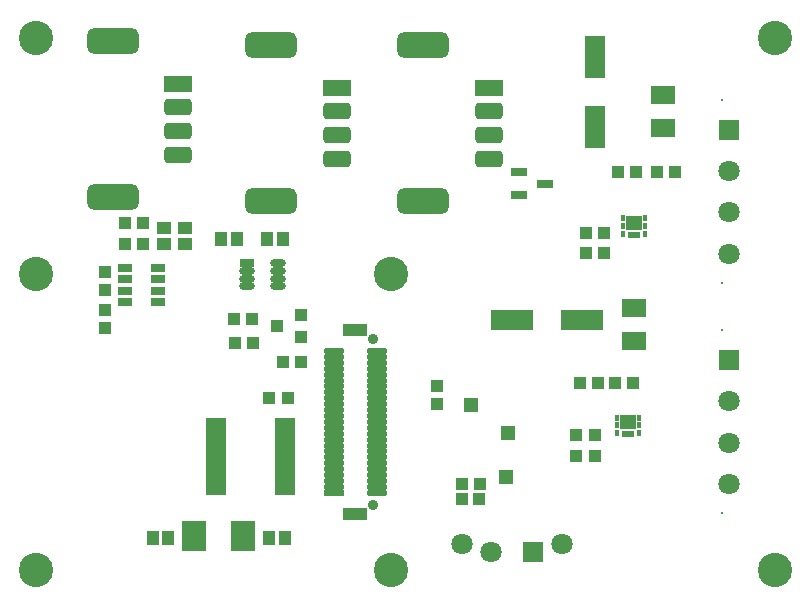
<source format=gts>
G04*
G04 #@! TF.GenerationSoftware,Altium Limited,Altium Designer,18.1.6 (161)*
G04*
G04 Layer_Color=8388736*
%FSLAX25Y25*%
%MOIN*%
G70*
G01*
G75*
%ADD42R,0.04147X0.04147*%
%ADD43R,0.03950X0.03950*%
%ADD44R,0.04147X0.04147*%
%ADD45R,0.04537X0.04143*%
%ADD46R,0.04540X0.03162*%
%ADD47R,0.07887X0.06312*%
%ADD48R,0.03910X0.01981*%
%ADD49R,0.01784X0.02375*%
%ADD50R,0.05524X0.04737*%
%ADD51R,0.06902X0.14383*%
G04:AMPARAMS|DCode=52|XSize=86.74mil|YSize=173.35mil|CornerRadius=23.68mil|HoleSize=0mil|Usage=FLASHONLY|Rotation=270.000|XOffset=0mil|YOffset=0mil|HoleType=Round|Shape=RoundedRectangle|*
%AMROUNDEDRECTD52*
21,1,0.08674,0.12598,0,0,270.0*
21,1,0.03937,0.17335,0,0,270.0*
1,1,0.04737,-0.06299,-0.01968*
1,1,0.04737,-0.06299,0.01968*
1,1,0.04737,0.06299,0.01968*
1,1,0.04737,0.06299,-0.01968*
%
%ADD52ROUNDEDRECTD52*%
G04:AMPARAMS|DCode=53|XSize=55.24mil|YSize=94.61mil|CornerRadius=15.81mil|HoleSize=0mil|Usage=FLASHONLY|Rotation=270.000|XOffset=0mil|YOffset=0mil|HoleType=Round|Shape=RoundedRectangle|*
%AMROUNDEDRECTD53*
21,1,0.05524,0.06299,0,0,270.0*
21,1,0.02362,0.09461,0,0,270.0*
1,1,0.03162,-0.03150,-0.01181*
1,1,0.03162,-0.03150,0.01181*
1,1,0.03162,0.03150,0.01181*
1,1,0.03162,0.03150,-0.01181*
%
%ADD53ROUNDEDRECTD53*%
%ADD54R,0.09461X0.05524*%
%ADD55R,0.04343X0.03950*%
%ADD56R,0.06509X0.02572*%
%ADD57R,0.04143X0.04537*%
%ADD58O,0.05131X0.02572*%
%ADD59R,0.05131X0.02572*%
%ADD60R,0.05328X0.03162*%
%ADD61R,0.07887X0.03950*%
%ADD62R,0.07099X0.01981*%
%ADD63O,0.07099X0.01981*%
%ADD64R,0.08280X0.10249*%
%ADD65R,0.14383X0.06902*%
%ADD66R,0.04737X0.04737*%
%ADD67C,0.11430*%
%ADD68C,0.00800*%
%ADD69C,0.07099*%
%ADD70R,0.07099X0.07099*%
%ADD71R,0.07099X0.07099*%
%ADD72C,0.03556*%
D42*
X151575Y38329D02*
D03*
X157677D02*
D03*
X45492Y118521D02*
D03*
X39390D02*
D03*
X82185Y85433D02*
D03*
X76083D02*
D03*
X81791Y93307D02*
D03*
X75689D02*
D03*
X195951Y47700D02*
D03*
X189849D02*
D03*
X195951Y54800D02*
D03*
X189849D02*
D03*
X199115Y122000D02*
D03*
X193013D02*
D03*
X199000Y115290D02*
D03*
X192898D02*
D03*
X216543Y142491D02*
D03*
X222646D02*
D03*
X91949Y78877D02*
D03*
X98051D02*
D03*
X39390Y125230D02*
D03*
X45492D02*
D03*
X87500Y67044D02*
D03*
X93602D02*
D03*
X202637Y72117D02*
D03*
X208740D02*
D03*
D43*
X157480Y33312D02*
D03*
X151575D02*
D03*
X191000Y72000D02*
D03*
X196906D02*
D03*
X203791Y142452D02*
D03*
X209697D02*
D03*
D44*
X143500Y71051D02*
D03*
Y64949D02*
D03*
X32660Y102863D02*
D03*
Y108966D02*
D03*
X32574Y90248D02*
D03*
Y96350D02*
D03*
D45*
X59404Y118500D02*
D03*
Y123815D02*
D03*
X52300Y118422D02*
D03*
Y123737D02*
D03*
D46*
X50295Y99114D02*
D03*
Y102854D02*
D03*
Y106595D02*
D03*
Y110335D02*
D03*
X39469Y99114D02*
D03*
Y102854D02*
D03*
Y106595D02*
D03*
Y110335D02*
D03*
D47*
X209000Y96913D02*
D03*
Y86087D02*
D03*
X218654Y157173D02*
D03*
Y168000D02*
D03*
D48*
X207000Y55000D02*
D03*
X209000Y121405D02*
D03*
D49*
X203358Y60472D02*
D03*
Y57913D02*
D03*
Y55354D02*
D03*
X210642D02*
D03*
Y57913D02*
D03*
Y60472D02*
D03*
X205358Y126878D02*
D03*
Y124319D02*
D03*
Y121760D02*
D03*
X212642D02*
D03*
Y124319D02*
D03*
Y126878D02*
D03*
D50*
X207000Y59095D02*
D03*
X209000Y125500D02*
D03*
D51*
X196000Y180741D02*
D03*
Y157513D02*
D03*
D52*
X35200Y134000D02*
D03*
Y185968D02*
D03*
X88071Y184646D02*
D03*
Y132677D02*
D03*
X138583Y184646D02*
D03*
Y132677D02*
D03*
D53*
X57169Y148173D02*
D03*
Y156047D02*
D03*
Y163921D02*
D03*
X110039Y146850D02*
D03*
Y154724D02*
D03*
Y162598D02*
D03*
X160551D02*
D03*
Y154724D02*
D03*
Y146850D02*
D03*
D54*
X57169Y171795D02*
D03*
X110039Y170473D02*
D03*
X160551D02*
D03*
D55*
X90063Y91000D02*
D03*
X97937Y94543D02*
D03*
Y87457D02*
D03*
D56*
X92798Y36122D02*
D03*
Y38681D02*
D03*
Y41240D02*
D03*
Y43799D02*
D03*
Y46358D02*
D03*
Y48917D02*
D03*
Y51476D02*
D03*
Y54035D02*
D03*
Y56595D02*
D03*
Y59153D02*
D03*
X69570Y36122D02*
D03*
Y38681D02*
D03*
Y41240D02*
D03*
Y43799D02*
D03*
Y46358D02*
D03*
Y48917D02*
D03*
Y51476D02*
D03*
Y54035D02*
D03*
Y56595D02*
D03*
Y59153D02*
D03*
D57*
X92158Y120026D02*
D03*
X86843D02*
D03*
X71358Y120026D02*
D03*
X76673D02*
D03*
X92815Y20472D02*
D03*
X87500D02*
D03*
X48524Y20472D02*
D03*
X53839D02*
D03*
D58*
X90517Y104261D02*
D03*
Y106820D02*
D03*
Y109379D02*
D03*
Y111939D02*
D03*
X80084Y104261D02*
D03*
Y106820D02*
D03*
Y109379D02*
D03*
D59*
Y111939D02*
D03*
D60*
X170571Y142240D02*
D03*
Y134760D02*
D03*
X179429Y138500D02*
D03*
D61*
X116142Y89764D02*
D03*
Y28346D02*
D03*
D62*
X109055Y35433D02*
D03*
D63*
Y37402D02*
D03*
Y39370D02*
D03*
Y41339D02*
D03*
Y43307D02*
D03*
Y45276D02*
D03*
Y47244D02*
D03*
Y49213D02*
D03*
Y51181D02*
D03*
Y53150D02*
D03*
Y55118D02*
D03*
Y57087D02*
D03*
Y59055D02*
D03*
Y61024D02*
D03*
Y62992D02*
D03*
Y64961D02*
D03*
Y66929D02*
D03*
Y68898D02*
D03*
Y70866D02*
D03*
Y72835D02*
D03*
Y74803D02*
D03*
Y76772D02*
D03*
Y78740D02*
D03*
Y80709D02*
D03*
Y82677D02*
D03*
X123228D02*
D03*
Y80709D02*
D03*
Y78740D02*
D03*
Y76772D02*
D03*
Y74803D02*
D03*
Y72835D02*
D03*
Y70866D02*
D03*
Y68898D02*
D03*
Y66929D02*
D03*
Y64961D02*
D03*
Y62992D02*
D03*
Y61024D02*
D03*
Y59055D02*
D03*
Y57087D02*
D03*
Y55118D02*
D03*
Y53150D02*
D03*
Y51181D02*
D03*
Y49213D02*
D03*
Y47244D02*
D03*
Y45276D02*
D03*
Y43307D02*
D03*
Y41339D02*
D03*
Y39370D02*
D03*
Y37402D02*
D03*
Y35433D02*
D03*
D64*
X78543Y20866D02*
D03*
X62402D02*
D03*
D65*
X191614Y93000D02*
D03*
X168386D02*
D03*
D66*
X166323Y40839D02*
D03*
X154724Y64567D02*
D03*
X166929Y55512D02*
D03*
D67*
X9843Y108268D02*
D03*
X127953D02*
D03*
Y9843D02*
D03*
X9843D02*
D03*
X255906D02*
D03*
Y187008D02*
D03*
X9843Y187008D02*
D03*
D68*
X238240Y105299D02*
D03*
Y166323D02*
D03*
Y89551D02*
D03*
Y28528D02*
D03*
D69*
X240721Y115142D02*
D03*
Y128921D02*
D03*
Y142701D02*
D03*
X151575Y18228D02*
D03*
X185039D02*
D03*
X161417Y15748D02*
D03*
X240721Y65929D02*
D03*
Y52150D02*
D03*
Y38370D02*
D03*
D70*
Y156480D02*
D03*
Y79709D02*
D03*
D71*
X175197Y15748D02*
D03*
D72*
X122047Y86811D02*
D03*
Y31299D02*
D03*
M02*

</source>
